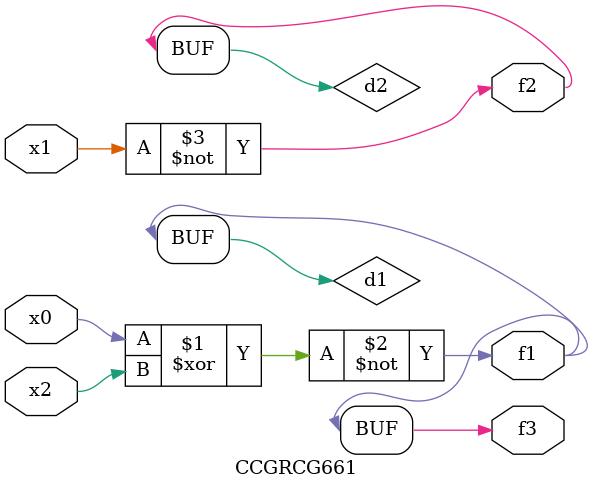
<source format=v>
module CCGRCG661(
	input x0, x1, x2,
	output f1, f2, f3
);

	wire d1, d2, d3;

	xnor (d1, x0, x2);
	nand (d2, x1);
	nor (d3, x1, x2);
	assign f1 = d1;
	assign f2 = d2;
	assign f3 = d1;
endmodule

</source>
